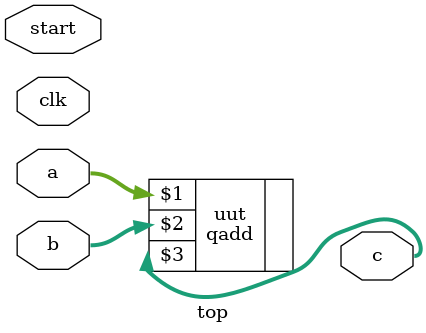
<source format=v>
`timescale 1ns / 1ps
module top(
    input [31:0] a,
    input [31:0] b,
    output [31:0] c,
	 input clk,
	 input start
    );
	// Inputs
	reg [31:0] a_sig;
	reg [31:0] b_sig;

	// Outputs
	reg [31:0] c_sig;
		
	// Instantiate the Unit Under Test (UUT)
	qadd #(23,32) uut (a, b, c);
//	qmult #(23,32) uut (a, b, c);
//	qdiv #(15,32)	uut (a, b, start, clk, c);
endmodule

</source>
